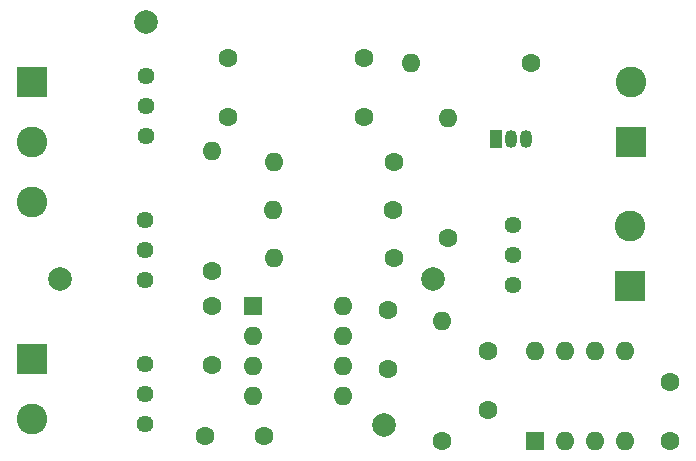
<source format=gbr>
%TF.GenerationSoftware,KiCad,Pcbnew,5.1.10-88a1d61d58~90~ubuntu20.04.1*%
%TF.CreationDate,2021-08-07T20:04:28-04:00*%
%TF.ProjectId,VoltageControlledPWM,566f6c74-6167-4654-936f-6e74726f6c6c,V1.0*%
%TF.SameCoordinates,Original*%
%TF.FileFunction,Soldermask,Bot*%
%TF.FilePolarity,Negative*%
%FSLAX46Y46*%
G04 Gerber Fmt 4.6, Leading zero omitted, Abs format (unit mm)*
G04 Created by KiCad (PCBNEW 5.1.10-88a1d61d58~90~ubuntu20.04.1) date 2021-08-07 20:04:28*
%MOMM*%
%LPD*%
G01*
G04 APERTURE LIST*
%ADD10C,2.000000*%
%ADD11C,1.440000*%
%ADD12C,1.600000*%
%ADD13R,2.600000X2.600000*%
%ADD14C,2.600000*%
%ADD15O,1.050000X1.500000*%
%ADD16R,1.050000X1.500000*%
%ADD17O,1.600000X1.600000*%
%ADD18R,1.600000X1.600000*%
G04 APERTURE END LIST*
D10*
%TO.C,TP0*%
X101193600Y-103581200D03*
%TD*%
%TO.C,TP3*%
X132842000Y-103530400D03*
%TD*%
%TO.C,TP2*%
X128676400Y-115925600D03*
%TD*%
%TO.C,TP1*%
X108508800Y-81838800D03*
%TD*%
D11*
%TO.C,R11*%
X108458000Y-115874800D03*
X108458000Y-113334800D03*
X108458000Y-110794800D03*
%TD*%
%TO.C,R9*%
X139547600Y-104089200D03*
X139547600Y-101549200D03*
X139547600Y-99009200D03*
%TD*%
%TO.C,R3*%
X108458000Y-103632000D03*
X108458000Y-101092000D03*
X108458000Y-98552000D03*
%TD*%
%TO.C,R1*%
X108508800Y-91440000D03*
X108508800Y-88900000D03*
X108508800Y-86360000D03*
%TD*%
D12*
%TO.C,C1*%
X114096800Y-105867200D03*
X114096800Y-110867200D03*
%TD*%
%TO.C,C2*%
X115417600Y-84836000D03*
X115417600Y-89836000D03*
%TD*%
%TO.C,C4*%
X129032000Y-111222800D03*
X129032000Y-106222800D03*
%TD*%
%TO.C,C6*%
X137464800Y-109626400D03*
X137464800Y-114626400D03*
%TD*%
%TO.C,C3*%
X126949200Y-84865200D03*
X126949200Y-89865200D03*
%TD*%
%TO.C,C5*%
X113516400Y-116840000D03*
X118516400Y-116840000D03*
%TD*%
%TO.C,C7*%
X152908000Y-117246400D03*
X152908000Y-112246400D03*
%TD*%
D13*
%TO.C,J1*%
X98856800Y-86868000D03*
D14*
X98856800Y-91948000D03*
X98856800Y-97028000D03*
%TD*%
D13*
%TO.C,J2*%
X98856800Y-110337600D03*
D14*
X98856800Y-115417600D03*
%TD*%
%TO.C,J3*%
X149555200Y-86918800D03*
D13*
X149555200Y-91998800D03*
%TD*%
%TO.C,J4*%
X149453600Y-104140000D03*
D14*
X149453600Y-99060000D03*
%TD*%
D15*
%TO.C,Q1*%
X139446000Y-91744800D03*
X140716000Y-91744800D03*
D16*
X138176000Y-91744800D03*
%TD*%
D12*
%TO.C,R2*%
X114096800Y-102920800D03*
D17*
X114096800Y-92760800D03*
%TD*%
D12*
%TO.C,R4*%
X129489200Y-93675200D03*
D17*
X119329200Y-93675200D03*
%TD*%
%TO.C,R5*%
X134061200Y-89966800D03*
D12*
X134061200Y-100126800D03*
%TD*%
%TO.C,R6*%
X141122400Y-85293200D03*
D17*
X130962400Y-85293200D03*
%TD*%
D12*
%TO.C,R7*%
X133553200Y-117246400D03*
D17*
X133553200Y-107086400D03*
%TD*%
%TO.C,R8*%
X119278400Y-97739200D03*
D12*
X129438400Y-97739200D03*
%TD*%
D17*
%TO.C,R10*%
X119380000Y-101803200D03*
D12*
X129540000Y-101803200D03*
%TD*%
D17*
%TO.C,U2*%
X125171200Y-105816400D03*
X117551200Y-113436400D03*
X125171200Y-108356400D03*
X117551200Y-110896400D03*
X125171200Y-110896400D03*
X117551200Y-108356400D03*
X125171200Y-113436400D03*
D18*
X117551200Y-105816400D03*
%TD*%
%TO.C,U3*%
X141478000Y-117246400D03*
D17*
X149098000Y-109626400D03*
X144018000Y-117246400D03*
X146558000Y-109626400D03*
X146558000Y-117246400D03*
X144018000Y-109626400D03*
X149098000Y-117246400D03*
X141478000Y-109626400D03*
%TD*%
M02*

</source>
